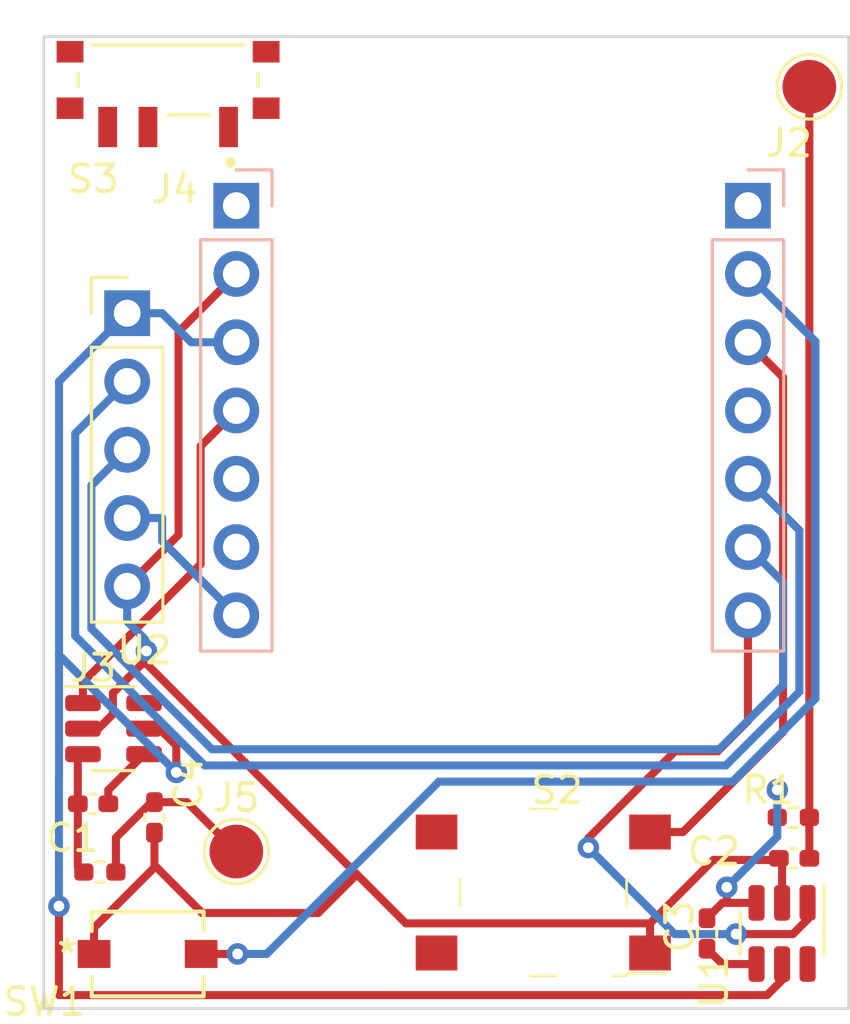
<source format=kicad_pcb>
(kicad_pcb (version 20221018) (generator pcbnew)
  (layers (0 "F.Cu" signal) (31 "B.Cu" signal) (34 "B.Paste" user) (35 "F.Paste" user) (36 "B.SilkS" user "B.Silkscreen") (37 "F.SilkS" user "F.Silkscreen") (38 "B.Mask" user) (39 "F.Mask" user) (44 "Edge.Cuts" user))
  (net 0 "")
  (net 1 "Net-(U2-SNSK)")
  (net 2 "Net-(U2-SNS)")
  (net 3 "Net-(J1-Pin_1)")
  (net 4 "GND")
  (net 5 "Net-(U1-SNSK)")
  (net 6 "Net-(U1-SNS)")
  (net 7 "Net-(J5-Pin_1)")
  (net 9 "Net-(J2-Pin_2)")
  (net 10 "Net-(J2-Pin_3)")
  (net 12 "/SDA")
  (net 13 "/SCL")
  (net 14 "/mouse_act")
  (net 15 "VDD")
  (net 16 "/INT")
  (net 18 "/keyb_act")
  (footprint "Resistor_SMD:R_0402_1005Metric_Pad0.72x0.64mm_HandSolder" (layer "F.Cu") (at 98.2085 79.756)
    (fp_text reference "R1" (at -0.9265 -1.016) (layer "F.SilkS"))
    (fp_text value "Rs" hide)
    (fp_line (start -0.167621 -0.38) (end 0.167621 -0.38) (stroke (width 0.12)) (layer "F.SilkS"))
    (fp_line (start -0.167621 0.38) (end 0.167621 0.38) (stroke (width 0.12)) (layer "F.SilkS"))
    (pad "1" smd roundrect (at -0.5975 0) (size 0.715 0.64) (layers "F.Cu" "F.Paste" "F.Mask") (net 5 "Net-(U1-SNSK)"))
    (pad "2" smd roundrect (at 0.5975 0) (size 0.715 0.64) (layers "F.Cu" "F.Paste" "F.Mask") (net 3 "Net-(J1-Pin_1)"))
  )
  (footprint "Capacitor_SMD:C_0402_1005Metric_Pad0.74x0.62mm_HandSolder" (layer "F.Cu") (at 98.2385 81.28 180)
    (fp_text reference "C2" (at 2.9885 0.254) (layer "F.SilkS"))
    (fp_text value "Cx" hide)
    (fp_line (start -0.115835 -0.36) (end 0.115835 -0.36) (stroke (width 0.12)) (layer "F.SilkS"))
    (fp_line (start -0.115835 0.36) (end 0.115835 0.36) (stroke (width 0.12)) (layer "F.SilkS"))
    (pad "1" smd roundrect (at -0.5675 0 180) (size 0.735 0.62) (layers "F.Cu" "F.Paste" "F.Mask") (net 3 "Net-(J1-Pin_1)"))
    (pad "2" smd roundrect (at 0.5675 0 180) (size 0.735 0.62) (layers "F.Cu" "F.Paste" "F.Mask") (net 4 "GND"))
  )
  (footprint "TestPoint:TestPoint_Pad_D2.0mm" (layer "F.Cu") (at 98.806 52.578)
    (fp_text reference "J1" hide)
    (fp_text value "Conn_01x01_Pin" hide)
    (fp_circle (center 0 0) (end 0 1.2) (stroke (width 0.12)) (fill none) (layer "F.SilkS"))
    (pad "1" smd circle (at 0 0) (size 2 2) (layers "F.Cu" "F.Mask") (net 3 "Net-(J1-Pin_1)"))
  )
  (footprint "push3x4.5:SW_F160QG_EWI" (layer "F.Cu") (at 74.168 84.836)
    (fp_text reference "SW1" (at -3.8481 1.778 unlocked) (layer "F.SilkS"))
    (fp_text value "TL1015AF160QG" hide)
    (fp_text user "*" (at -2.9845 0) (layer "F.SilkS"))
    (fp_text user "*" (at -2.9845 0 unlocked) (layer "F.SilkS"))
    (fp_line (start -2.0828 -1.5748) (end -2.0828 -0.85344) (stroke (width 0.1524)) (layer "F.SilkS"))
    (fp_line (start -2.0828 0.85344) (end -2.0828 1.5748) (stroke (width 0.1524)) (layer "F.SilkS"))
    (fp_line (start -2.0828 1.5748) (end 2.0828 1.5748) (stroke (width 0.1524)) (layer "F.SilkS"))
    (fp_line (start 2.0828 -1.5748) (end -2.0828 -1.5748) (stroke (width 0.1524)) (layer "F.SilkS"))
    (fp_line (start 2.0828 -0.85344) (end 2.0828 -1.5748) (stroke (width 0.1524)) (layer "F.SilkS"))
    (fp_line (start 2.0828 1.5748) (end 2.0828 0.85344) (stroke (width 0.1524)) (layer "F.SilkS"))
    (pad "1" smd rect (at -1.9939 0) (size 1.2192 1.0414) (layers "F.Cu" "F.Paste" "F.Mask") (net 4 "GND"))
    (pad "2" smd rect (at 1.9939 0) (size 1.2192 1.0414) (layers "F.Cu" "F.Paste" "F.Mask") (net 9 "Net-(J2-Pin_2)"))
  )
  (footprint "Connector_PinHeader_2.54mm:PinHeader_1x05_P2.54mm_Vertical" (layer "F.Cu") (at 73.406 61)
    (fp_text reference "J3" (at -1.27 13.208) (layer "F.SilkS"))
    (fp_text value "Conn_01x05_Pin" hide)
    (fp_line (start -1.33 -1.33) (end 0 -1.33) (stroke (width 0.12)) (layer "F.SilkS"))
    (fp_line (start -1.33 0) (end -1.33 -1.33) (stroke (width 0.12)) (layer "F.SilkS"))
    (fp_line (start -1.33 1.27) (end -1.33 11.49) (stroke (width 0.12)) (layer "F.SilkS"))
    (fp_line (start -1.33 1.27) (end 1.33 1.27) (stroke (width 0.12)) (layer "F.SilkS"))
    (fp_line (start -1.33 11.49) (end 1.33 11.49) (stroke (width 0.12)) (layer "F.SilkS"))
    (fp_line (start 1.33 1.27) (end 1.33 11.49) (stroke (width 0.12)) (layer "F.SilkS"))
    (pad "1" thru_hole rect (at 0 0) (size 1.7 1.7) (drill 1) (layers "*.Cu" "*.Mask") (net 15 "VDD"))
    (pad "2" thru_hole oval (at 0 2.54) (size 1.7 1.7) (drill 1) (layers "*.Cu" "*.Mask") (net 12 "/SDA"))
    (pad "3" thru_hole oval (at 0 5.08) (size 1.7 1.7) (drill 1) (layers "*.Cu" "*.Mask") (net 13 "/SCL"))
    (pad "4" thru_hole oval (at 0 7.62) (size 1.7 1.7) (drill 1) (layers "*.Cu" "*.Mask") (net 16 "/INT"))
    (pad "5" thru_hole oval (at 0 10.16) (size 1.7 1.7) (drill 1) (layers "*.Cu" "*.Mask") (net 4 "GND"))
  )
  (footprint "digikey-footprints:Switch_Tactile_SMD_6x6mm_PTS645" (layer "F.Cu") (at 88.9 82.55 180)
    (fp_text reference "S2" (at -0.508 3.81) (layer "F.SilkS"))
    (fp_text value "PTS645SM43SMTR92_LFS" hide)
    (fp_line (start -3.4 -3) (end -4.6 -3) (stroke (width 0.1)) (layer "F.SilkS"))
    (fp_line (start -3.1 -3.1) (end -3.1 -3) (stroke (width 0.1)) (layer "F.SilkS"))
    (fp_line (start -3.1 -3) (end -3.4 -3) (stroke (width 0.1)) (layer "F.SilkS"))
    (fp_line (start -3.1 0) (end -3.1 -0.5) (stroke (width 0.1)) (layer "F.SilkS"))
    (fp_line (start -3.1 0) (end -3.1 0.5) (stroke (width 0.1)) (layer "F.SilkS"))
    (fp_line (start -2.6 -3.1) (end -3.1 -3.1) (stroke (width 0.1)) (layer "F.SilkS"))
    (fp_line (start 0 -3.1) (end -0.5 -3.1) (stroke (width 0.1)) (layer "F.SilkS"))
    (fp_line (start 0 -3.1) (end 0.5 -3.1) (stroke (width 0.1)) (layer "F.SilkS"))
    (fp_line (start 0 3.1) (end -0.5 3.1) (stroke (width 0.1)) (layer "F.SilkS"))
    (fp_line (start 0 3.1) (end 0.5 3.1) (stroke (width 0.1)) (layer "F.SilkS"))
    (fp_line (start 3.1 0) (end 3.1 -0.5) (stroke (width 0.1)) (layer "F.SilkS"))
    (fp_line (start 3.1 0) (end 3.1 0.5) (stroke (width 0.1)) (layer "F.SilkS"))
    (pad "1" smd rect (at -3.975 -2.25 180) (size 1.55 1.3) (layers "F.Cu" "F.Paste" "F.Mask") (net 4 "GND"))
    (pad "2" smd rect (at 3.975 -2.25 180) (size 1.55 1.3) (layers "F.Cu" "F.Paste" "F.Mask"))
    (pad "3" smd rect (at -3.975 2.25 180) (size 1.55 1.3) (layers "F.Cu" "F.Paste" "F.Mask") (net 10 "Net-(J2-Pin_3)"))
    (pad "4" smd rect (at 3.975 2.25 180) (size 1.55 1.3) (layers "F.Cu" "F.Paste" "F.Mask"))
  )
  (footprint "slideswitch:SW_EG1215AA" (layer "F.Cu") (at 74.93 52.324 180)
    (fp_text reference "S3" (at 2.794 -3.683) (layer "F.SilkS"))
    (fp_text value "EG1215AA" hide)
    (fp_line (start -3.35 -0.254) (end -3.35 0.254) (stroke (width 0.127)) (layer "F.SilkS"))
    (fp_line (start -2.83 1.3) (end 2.83 1.3) (stroke (width 0.127)) (layer "F.SilkS"))
    (fp_line (start -1.5 -1.3) (end 0 -1.3) (stroke (width 0.127)) (layer "F.SilkS"))
    (fp_line (start 3.35 -0.254) (end 3.35 0.254) (stroke (width 0.127)) (layer "F.SilkS"))
    (fp_circle (center -2.329 -3.071) (end -2.229 -3.071) (stroke (width 0.2)) (fill none) (layer "F.SilkS"))
    (pad "" np_thru_hole circle (at -1.5 0 180) (size 0.9 0.9) (drill 0.9) (layers "*.Cu" "*.Mask"))
    (pad "" np_thru_hole circle (at 1.5 0 180) (size 0.9 0.9) (drill 0.9) (layers "*.Cu" "*.Mask"))
    (pad "1" smd rect (at -2.25 -1.75 180) (size 0.7 1.5) (layers "F.Cu" "F.Paste" "F.Mask"))
    (pad "2" smd rect (at 0.75 -1.75 180) (size 0.7 1.5) (layers "F.Cu" "F.Paste" "F.Mask"))
    (pad "3" smd rect (at 2.25 -1.75 180) (size 0.7 1.5) (layers "F.Cu" "F.Paste" "F.Mask"))
    (pad "S1" smd rect (at -3.65 -1.05 180) (size 1 0.8) (layers "F.Cu" "F.Paste" "F.Mask"))
    (pad "S2" smd rect (at -3.65 1.05 180) (size 1 0.8) (layers "F.Cu" "F.Paste" "F.Mask"))
    (pad "S3" smd rect (at 3.65 1.05 180) (size 1 0.8) (layers "F.Cu" "F.Paste" "F.Mask"))
    (pad "S4" smd rect (at 3.65 -1.05 180) (size 1 0.8) (layers "F.Cu" "F.Paste" "F.Mask"))
  )
  (footprint "Resistor_SMD:R_0402_1005Metric_Pad0.72x0.64mm_HandSolder" (layer "F.Cu") (at 72.39 81.788)
    (fp_text reference "R2" hide)
    (fp_text value "Rs" hide)
    (fp_line (start -0.167621 -0.38) (end 0.167621 -0.38) (stroke (width 0.12)) (layer "F.SilkS"))
    (fp_line (start -0.167621 0.38) (end 0.167621 0.38) (stroke (width 0.12)) (layer "F.SilkS"))
    (pad "1" smd roundrect (at -0.5975 0) (size 0.715 0.64) (layers "F.Cu" "F.Paste" "F.Mask") (net 1 "Net-(U2-SNSK)"))
    (pad "2" smd roundrect (at 0.5975 0) (size 0.715 0.64) (layers "F.Cu" "F.Paste" "F.Mask") (net 7 "Net-(J5-Pin_1)"))
  )
  (footprint "Capacitor_SMD:C_0402_1005Metric_Pad0.74x0.62mm_HandSolder" (layer "F.Cu") (at 74.422 79.756 -90)
    (fp_text reference "C4" (at -1.27 -1.27 90) (layer "F.SilkS"))
    (fp_text value "Cx" hide)
    (fp_line (start -0.115835 -0.36) (end 0.115835 -0.36) (stroke (width 0.12)) (layer "F.SilkS"))
    (fp_line (start -0.115835 0.36) (end 0.115835 0.36) (stroke (width 0.12)) (layer "F.SilkS"))
    (pad "1" smd roundrect (at -0.5675 0 270) (size 0.735 0.62) (layers "F.Cu" "F.Paste" "F.Mask") (net 7 "Net-(J5-Pin_1)"))
    (pad "2" smd roundrect (at 0.5675 0 270) (size 0.735 0.62) (layers "F.Cu" "F.Paste" "F.Mask") (net 4 "GND"))
  )
  (footprint "Package_TO_SOT_SMD:SOT-23-6" (layer "F.Cu") (at 72.898 76.454)
    (fp_text reference "U2" (at 1.143 -2.921) (layer "F.SilkS"))
    (fp_text value "AT42QT1011-TSHR" hide)
    (fp_line (start 0 -1.56) (end -1.8 -1.56) (stroke (width 0.12)) (layer "F.SilkS"))
    (fp_line (start 0 -1.56) (end 0.8 -1.56) (stroke (width 0.12)) (layer "F.SilkS"))
    (fp_line (start 0 1.56) (end -0.8 1.56) (stroke (width 0.12)) (layer "F.SilkS"))
    (fp_line (start 0 1.56) (end 0.8 1.56) (stroke (width 0.12)) (layer "F.SilkS"))
    (pad "1" smd roundrect (at -1.1375 -0.95) (size 1.325 0.6) (layers "F.Cu" "F.Paste" "F.Mask") (net 18 "/keyb_act"))
    (pad "2" smd roundrect (at -1.1375 0) (size 1.325 0.6) (layers "F.Cu" "F.Paste" "F.Mask") (net 4 "GND"))
    (pad "3" smd roundrect (at -1.1375 0.95) (size 1.325 0.6) (layers "F.Cu" "F.Paste" "F.Mask") (net 1 "Net-(U2-SNSK)"))
    (pad "4" smd roundrect (at 1.1375 0.95) (size 1.325 0.6) (layers "F.Cu" "F.Paste" "F.Mask") (net 2 "Net-(U2-SNS)"))
    (pad "5" smd roundrect (at 1.1375 0) (size 1.325 0.6) (layers "F.Cu" "F.Paste" "F.Mask") (net 15 "VDD"))
    (pad "6" smd roundrect (at 1.1375 -0.95) (size 1.325 0.6) (layers "F.Cu" "F.Paste" "F.Mask"))
  )
  (footprint "Capacitor_SMD:C_0402_1005Metric_Pad0.74x0.62mm_HandSolder" (layer "F.Cu") (at 94.996 84.074 -90)
    (fp_text reference "C3" (at -0.254 1.016 90) (layer "F.SilkS"))
    (fp_text value "Cs" hide)
    (fp_line (start -0.115835 -0.36) (end 0.115835 -0.36) (stroke (width 0.12)) (layer "F.SilkS"))
    (fp_line (start -0.115835 0.36) (end 0.115835 0.36) (stroke (width 0.12)) (layer "F.SilkS"))
    (pad "1" smd roundrect (at -0.5675 0 270) (size 0.735 0.62) (layers "F.Cu" "F.Paste" "F.Mask") (net 5 "Net-(U1-SNSK)"))
    (pad "2" smd roundrect (at 0.5675 0 270) (size 0.735 0.62) (layers "F.Cu" "F.Paste" "F.Mask") (net 6 "Net-(U1-SNS)"))
  )
  (footprint "Package_TO_SOT_SMD:SOT-23-6" (layer "F.Cu") (at 97.79 84.074 -90)
    (fp_text reference "U1" (at 1.778 2.54 90) (layer "F.SilkS"))
    (fp_text value "AT42QT1011-TSHR" hide)
    (fp_line (start 0 -1.56) (end -1.8 -1.56) (stroke (width 0.12)) (layer "F.SilkS"))
    (fp_line (start 0 -1.56) (end 0.8 -1.56) (stroke (width 0.12)) (layer "F.SilkS"))
    (fp_line (start 0 1.56) (end -0.8 1.56) (stroke (width 0.12)) (layer "F.SilkS"))
    (fp_line (start 0 1.56) (end 0.8 1.56) (stroke (width 0.12)) (layer "F.SilkS"))
    (pad "1" smd roundrect (at -1.1375 -0.95 270) (size 1.325 0.6) (layers "F.Cu" "F.Paste" "F.Mask") (net 14 "/mouse_act"))
    (pad "2" smd roundrect (at -1.1375 0 270) (size 1.325 0.6) (layers "F.Cu" "F.Paste" "F.Mask") (net 4 "GND"))
    (pad "3" smd roundrect (at -1.1375 0.95 270) (size 1.325 0.6) (layers "F.Cu" "F.Paste" "F.Mask") (net 5 "Net-(U1-SNSK)"))
    (pad "4" smd roundrect (at 1.1375 0.95 270) (size 1.325 0.6) (layers "F.Cu" "F.Paste" "F.Mask") (net 6 "Net-(U1-SNS)"))
    (pad "5" smd roundrect (at 1.1375 0 270) (size 1.325 0.6) (layers "F.Cu" "F.Paste" "F.Mask") (net 15 "VDD"))
    (pad "6" smd roundrect (at 1.1375 -0.95 270) (size 1.325 0.6) (layers "F.Cu" "F.Paste" "F.Mask"))
  )
  (footprint "Capacitor_SMD:C_0402_1005Metric_Pad0.74x0.62mm_HandSolder" (layer "F.Cu") (at 72.136 79.248)
    (fp_text reference "C1" (at -0.762 1.27) (layer "F.SilkS"))
    (fp_text value "Cs" hide)
    (fp_line (start -0.115835 -0.36) (end 0.115835 -0.36) (stroke (width 0.12)) (layer "F.SilkS"))
    (fp_line (start -0.115835 0.36) (end 0.115835 0.36) (stroke (width 0.12)) (layer "F.SilkS"))
    (pad "1" smd roundrect (at -0.5675 0) (size 0.735 0.62) (layers "F.Cu" "F.Paste" "F.Mask") (net 1 "Net-(U2-SNSK)"))
    (pad "2" smd roundrect (at 0.5675 0) (size 0.735 0.62) (layers "F.Cu" "F.Paste" "F.Mask") (net 2 "Net-(U2-SNS)"))
  )
  (footprint "TestPoint:TestPoint_Pad_D2.0mm" (layer "F.Cu") (at 77.47 81.026)
    (fp_text reference "J5" (at 0 -1.998) (layer "F.SilkS"))
    (fp_text value "Conn_01x01_Pin" hide)
    (fp_circle (center 0 0) (end 0 1.2) (stroke (width 0.12)) (fill none) (layer "F.SilkS"))
    (pad "1" smd circle (at 0 0) (size 2 2) (layers "F.Cu" "F.Mask") (net 7 "Net-(J5-Pin_1)") (clearance 1))
  )
  (footprint "Connector_PinHeader_2.54mm:PinHeader_1x07_P2.54mm_Vertical" (layer "B.Cu") (at 96.52 57 180)
    (fp_text reference "J2" (at -1.524 2.33) (layer "F.SilkS"))
    (fp_text value "SEED0-6" hide)
    (fp_line (start -1.33 -16.57) (end 1.33 -16.57) (stroke (width 0.12)) (layer "B.SilkS"))
    (fp_line (start -1.33 -1.27) (end -1.33 -16.57) (stroke (width 0.12)) (layer "B.SilkS"))
    (fp_line (start -1.33 -1.27) (end 1.33 -1.27) (stroke (width 0.12)) (layer "B.SilkS"))
    (fp_line (start -1.33 0) (end -1.33 1.33) (stroke (width 0.12)) (layer "B.SilkS"))
    (fp_line (start -1.33 1.33) (end 0 1.33) (stroke (width 0.12)) (layer "B.SilkS"))
    (fp_line (start 1.33 -1.27) (end 1.33 -16.57) (stroke (width 0.12)) (layer "B.SilkS"))
    (pad "1" thru_hole rect (at 0 0 180) (size 1.7 1.7) (drill 1) (layers "*.Cu" "*.Mask"))
    (pad "2" thru_hole oval (at 0 -2.54 180) (size 1.7 1.7) (drill 1) (layers "*.Cu" "*.Mask") (net 9 "Net-(J2-Pin_2)"))
    (pad "3" thru_hole oval (at 0 -5.08 180) (size 1.7 1.7) (drill 1) (layers "*.Cu" "*.Mask") (net 10 "Net-(J2-Pin_3)"))
    (pad "4" thru_hole oval (at 0 -7.62 180) (size 1.7 1.7) (drill 1) (layers "*.Cu" "*.Mask"))
    (pad "5" thru_hole oval (at 0 -10.16 180) (size 1.7 1.7) (drill 1) (layers "*.Cu" "*.Mask") (net 12 "/SDA"))
    (pad "6" thru_hole oval (at 0 -12.7 180) (size 1.7 1.7) (drill 1) (layers "*.Cu" "*.Mask") (net 13 "/SCL"))
    (pad "7" thru_hole oval (at 0 -15.24 180) (size 1.7 1.7) (drill 1) (layers "*.Cu" "*.Mask") (net 14 "/mouse_act"))
  )
  (footprint "Connector_PinHeader_2.54mm:PinHeader_1x07_P2.54mm_Vertical" (layer "B.Cu") (at 77.47 57 180)
    (fp_text reference "J4" (at 2.286 0.612) (layer "F.SilkS"))
    (fp_text value "SEED7-10" hide)
    (fp_line (start -1.33 -16.57) (end 1.33 -16.57) (stroke (width 0.12)) (layer "B.SilkS"))
    (fp_line (start -1.33 -1.27) (end -1.33 -16.57) (stroke (width 0.12)) (layer "B.SilkS"))
    (fp_line (start -1.33 -1.27) (end 1.33 -1.27) (stroke (width 0.12)) (layer "B.SilkS"))
    (fp_line (start -1.33 0) (end -1.33 1.33) (stroke (width 0.12)) (layer "B.SilkS"))
    (fp_line (start -1.33 1.33) (end 0 1.33) (stroke (width 0.12)) (layer "B.SilkS"))
    (fp_line (start 1.33 -1.27) (end 1.33 -16.57) (stroke (width 0.12)) (layer "B.SilkS"))
    (pad "1" thru_hole rect (at 0 0 180) (size 1.7 1.7) (drill 1) (layers "*.Cu" "*.Mask"))
    (pad "2" thru_hole oval (at 0 -2.54 180) (size 1.7 1.7) (drill 1) (layers "*.Cu" "*.Mask") (net 4 "GND"))
    (pad "3" thru_hole oval (at 0 -5.08 180) (size 1.7 1.7) (drill 1) (layers "*.Cu" "*.Mask") (net 15 "VDD"))
    (pad "4" thru_hole oval (at 0 -7.62 180) (size 1.7 1.7) (drill 1) (layers "*.Cu" "*.Mask") (net 18 "/keyb_act"))
    (pad "5" thru_hole oval (at 0 -10.16 180) (size 1.7 1.7) (drill 1) (layers "*.Cu" "*.Mask"))
    (pad "6" thru_hole oval (at 0 -12.7 180) (size 1.7 1.7) (drill 1) (layers "*.Cu" "*.Mask"))
    (pad "7" thru_hole oval (at 0 -15.24 180) (size 1.7 1.7) (drill 1) (layers "*.Cu" "*.Mask") (net 16 "/INT"))
  )
  (gr_rect (start 70.2985 50.714) (end 100.2705 86.868) (stroke (width 0.1)) (fill none) (layer "Edge.Cuts"))
  (segment (start 71.5685 81.564) (end 71.7925 81.788) (width 0.3) (layer "F.Cu") (net 1))
  (segment (start 71.7605 77.404) (end 71.5685 77.596) (width 0.3) (layer "F.Cu") (net 1))
  (segment (start 71.5685 77.596) (end 71.5685 79.248) (width 0.3) (layer "F.Cu") (net 1))
  (segment (start 71.5685 79.248) (end 71.5685 81.564) (width 0.3) (layer "F.Cu") (net 1))
  (segment (start 74.0355 77.404) (end 72.7035 78.736) (width 0.3) (layer "F.Cu") (net 2))
  (segment (start 72.7035 78.736) (end 72.7035 79.248) (width 0.3) (layer "F.Cu") (net 2))
  (segment (start 98.806 79.756) (end 98.806 52.578) (width 0.3) (layer "F.Cu") (net 3))
  (segment (start 98.806 81.28) (end 98.806 79.756) (width 0.3) (layer "F.Cu") (net 3))
  (segment (start 72.8755 75.9155) (end 72.8755 75.1297) (width 0.3) (layer "F.Cu") (net 4))
  (segment (start 83.7813 83.6981) (end 83.2266 83.1434) (width 0.3) (layer "F.Cu") (net 4))
  (segment (start 72.1741 83.8634) (end 74.422 81.6155) (width 0.3) (layer "F.Cu") (net 4))
  (segment (start 74.422 81.6155) (end 74.5035 81.6155) (width 0.3) (layer "F.Cu") (net 4))
  (segment (start 74.1209 74.0377) (end 74.1209 73.5656) (width 0.3) (layer "F.Cu") (net 4))
  (segment (start 92.875 84.8) (end 92.875 83.6981) (width 0.3) (layer "F.Cu") (net 4))
  (segment (start 80.518 83.312) (end 81.9566 81.8734) (width 0.3) (layer "F.Cu") (net 4))
  (segment (start 72.1741 84.836) (end 72.1741 83.8634) (width 0.3) (layer "F.Cu") (net 4))
  (segment (start 95.2336 81.3395) (end 92.875 83.6981) (width 0.3) (layer "F.Cu") (net 4))
  (segment (start 97.79 81.4585) (end 97.671 81.3395) (width 0.3) (layer "F.Cu") (net 4))
  (segment (start 76.2 83.312) (end 80.518 83.312) (width 0.3) (layer "F.Cu") (net 4))
  (segment (start 81.9566 81.8734) (end 74.1209 74.0377) (width 0.3) (layer "F.Cu") (net 4))
  (segment (start 97.79 82.9365) (end 97.79 81.4585) (width 0.3) (layer "F.Cu") (net 4))
  (segment (start 73.9675 74.0377) (end 74.1209 74.0377) (width 0.3) (layer "F.Cu") (net 4))
  (segment (start 97.671 81.3395) (end 97.671 81.28) (width 0.3) (layer "F.Cu") (net 4))
  (segment (start 72.8755 75.1297) (end 73.9675 74.0377) (width 0.3) (layer "F.Cu") (net 4))
  (segment (start 72.337 76.454) (end 72.8755 75.9155) (width 0.3) (layer "F.Cu") (net 4))
  (segment (start 83.2266 83.1434) (end 81.9566 81.8734) (width 0.3) (layer "F.Cu") (net 4))
  (segment (start 75.3182 61.6918) (end 75.3182 69.2478) (width 0.3) (layer "F.Cu") (net 4))
  (segment (start 75.3182 69.2478) (end 73.406 71.16) (width 0.3) (layer "F.Cu") (net 4))
  (segment (start 92.875 83.6981) (end 83.7813 83.6981) (width 0.3) (layer "F.Cu") (net 4))
  (segment (start 77.47 59.54) (end 75.3182 61.6918) (width 0.3) (layer "F.Cu") (net 4))
  (segment (start 74.5035 81.6155) (end 76.2 83.312) (width 0.3) (layer "F.Cu") (net 4))
  (segment (start 74.422 81.6155) (end 74.422 80.3235) (width 0.3) (layer "F.Cu") (net 4))
  (segment (start 97.671 81.3395) (end 95.2336 81.3395) (width 0.3) (layer "F.Cu") (net 4))
  (segment (start 71.7605 76.454) (end 72.337 76.454) (width 0.3) (layer "F.Cu") (net 4))
  (via (at 74.1209 73.5656) (size 0.8) (drill 0.4) (layers "F.Cu" "B.Cu") (net 4))
  (segment (start 73.406 72.4619) (end 74.1209 73.1768) (width 0.3) (layer "B.Cu") (net 4))
  (segment (start 74.1209 73.1768) (end 74.1209 73.5656) (width 0.3) (layer "B.Cu") (net 4))
  (segment (start 73.406 71.16) (end 73.406 72.4619) (width 0.3) (layer "B.Cu") (net 4))
  (segment (start 96.84 82.9365) (end 95.7303 82.9365) (width 0.3) (layer "F.Cu") (net 5))
  (segment (start 97.611 79.756) (end 97.611 78.7278) (width 0.3) (layer "F.Cu") (net 5))
  (segment (start 95.7303 82.9365) (end 95.566 82.9365) (width 0.3) (layer "F.Cu") (net 5))
  (segment (start 95.566 82.9365) (end 94.996 83.5065) (width 0.3) (layer "F.Cu") (net 5))
  (segment (start 95.7303 82.9365) (end 95.7303 82.3565) (width 0.3) (layer "F.Cu") (net 5))
  (via (at 97.611 78.7278) (size 0.8) (drill 0.4) (layers "F.Cu" "B.Cu") (net 5))
  (via (at 95.7303 82.3565) (size 0.8) (drill 0.4) (layers "F.Cu" "B.Cu") (net 5))
  (segment (start 97.611 80.4758) (end 97.611 78.7278) (width 0.3) (layer "B.Cu") (net 5))
  (segment (start 95.7303 82.3565) (end 97.611 80.4758) (width 0.3) (layer "B.Cu") (net 5))
  (segment (start 95.566 85.2115) (end 94.996 84.6415) (width 0.3) (layer "F.Cu") (net 6))
  (segment (start 96.84 85.2115) (end 95.566 85.2115) (width 0.3) (layer "F.Cu") (net 6))
  (segment (start 74.422 79.1885) (end 75.6325 79.1885) (width 0.3) (layer "F.Cu") (net 7))
  (segment (start 72.9875 80.5082) (end 74.3072 79.1885) (width 0.3) (layer "F.Cu") (net 7))
  (segment (start 72.9875 81.788) (end 72.9875 80.5082) (width 0.3) (layer "F.Cu") (net 7))
  (segment (start 74.3072 79.1885) (end 74.422 79.1885) (width 0.3) (layer "F.Cu") (net 7))
  (segment (start 75.6325 79.1885) (end 77.47 81.026) (width 0.3) (layer "F.Cu") (net 7))
  (segment (start 76.1619 84.836) (end 77.2234 84.836) (width 0.3) (layer "F.Cu") (net 9))
  (segment (start 77.2234 84.836) (end 77.5183 84.836) (width 0.3) (layer "F.Cu") (net 9))
  (via (at 77.5183 84.836) (size 0.8) (drill 0.4) (layers "F.Cu" "B.Cu") (net 9))
  (segment (start 99.0352 75.3362) (end 99.0352 62.0552) (width 0.3) (layer "B.Cu") (net 9))
  (segment (start 95.9461 78.4253) (end 99.0352 75.3362) (width 0.3) (layer "B.Cu") (net 9))
  (segment (start 99.0352 62.0552) (end 96.52 59.54) (width 0.3) (layer "B.Cu") (net 9))
  (segment (start 85.0119 78.4253) (end 95.9461 78.4253) (width 0.3) (layer "B.Cu") (net 9))
  (segment (start 78.6012 84.836) (end 85.0119 78.4253) (width 0.3) (layer "B.Cu") (net 9))
  (segment (start 77.5183 84.836) (end 78.6012 84.836) (width 0.3) (layer "B.Cu") (net 9))
  (segment (start 92.875 80.3) (end 94.1019 80.3) (width 0.3) (layer "F.Cu") (net 10))
  (segment (start 97.827 63.387) (end 97.827 76.5749) (width 0.3) (layer "F.Cu") (net 10))
  (segment (start 97.827 76.5749) (end 94.1019 80.3) (width 0.3) (layer "F.Cu") (net 10))
  (segment (start 96.52 62.08) (end 97.827 63.387) (width 0.3) (layer "F.Cu") (net 10))
  (segment (start 98.4333 75.0869) (end 98.4333 69.0733) (width 0.3) (layer "B.Cu") (net 12))
  (segment (start 98.4333 69.0733) (end 96.52 67.16) (width 0.3) (layer "B.Cu") (net 12))
  (segment (start 76.2907 77.8234) (end 95.6968 77.8234) (width 0.3) (layer "B.Cu") (net 12))
  (segment (start 71.4717 65.4743) (end 71.4717 73.0044) (width 0.3) (layer "B.Cu") (net 12))
  (segment (start 73.406 63.54) (end 71.4717 65.4743) (width 0.3) (layer "B.Cu") (net 12))
  (segment (start 95.6968 77.8234) (end 98.4333 75.0869) (width 0.3) (layer "B.Cu") (net 12))
  (segment (start 71.4717 73.0044) (end 76.2907 77.8234) (width 0.3) (layer "B.Cu") (net 12))
  (segment (start 72.0736 72.7339) (end 72.0736 67.4124) (width 0.3) (layer "B.Cu") (net 13))
  (segment (start 97.8314 74.8376) (end 95.4475 77.2215) (width 0.3) (layer "B.Cu") (net 13))
  (segment (start 72.0736 67.4124) (end 73.406 66.08) (width 0.3) (layer "B.Cu") (net 13))
  (segment (start 76.5612 77.2215) (end 72.0736 72.7339) (width 0.3) (layer "B.Cu") (net 13))
  (segment (start 97.8314 71.0114) (end 97.8314 74.8376) (width 0.3) (layer "B.Cu") (net 13))
  (segment (start 96.52 69.7) (end 97.8314 71.0114) (width 0.3) (layer "B.Cu") (net 13))
  (segment (start 95.4475 77.2215) (end 76.5612 77.2215) (width 0.3) (layer "B.Cu") (net 13))
  (segment (start 98.74 83.5507) (end 98.1944 84.0963) (width 0.3) (layer "F.Cu") (net 14))
  (segment (start 96.52 76.1715) (end 95.3954 77.2961) (width 0.3) (layer "F.Cu") (net 14))
  (segment (start 98.74 82.9365) (end 98.74 83.5507) (width 0.3) (layer "F.Cu") (net 14))
  (segment (start 93.8067 77.2961) (end 90.578 80.5248) (width 0.3) (layer "F.Cu") (net 14))
  (segment (start 98.1944 84.0963) (end 96.0785 84.0963) (width 0.3) (layer "F.Cu") (net 14))
  (segment (start 90.578 80.5248) (end 90.578 80.8804) (width 0.3) (layer "F.Cu") (net 14))
  (segment (start 95.3954 77.2961) (end 93.8067 77.2961) (width 0.3) (layer "F.Cu") (net 14))
  (segment (start 96.52 72.24) (end 96.52 76.1715) (width 0.3) (layer "F.Cu") (net 14))
  (via (at 96.0785 84.0963) (size 0.8) (drill 0.4) (layers "F.Cu" "B.Cu") (net 14))
  (via (at 90.578 80.8804) (size 0.8) (drill 0.4) (layers "F.Cu" "B.Cu") (net 14))
  (segment (start 93.7939 84.0963) (end 90.578 80.8804) (width 0.3) (layer "B.Cu") (net 14))
  (segment (start 96.0785 84.0963) (end 93.7939 84.0963) (width 0.3) (layer "B.Cu") (net 14))
  (segment (start 74.6022 76.454) (end 75.2358 77.0876) (width 0.3) (layer "F.Cu") (net 15))
  (segment (start 83.5374 86.3663) (end 97.2326 86.3663) (width 0.3) (layer "F.Cu") (net 15))
  (segment (start 74.0355 76.454) (end 74.6022 76.454) (width 0.3) (layer "F.Cu") (net 15))
  (segment (start 70.8723 86.3663) (end 70.866 86.36) (width 0.3) (layer "F.Cu") (net 15))
  (segment (start 97.79 85.8089) (end 97.79 85.2115) (width 0.3) (layer "F.Cu") (net 15))
  (segment (start 75.2358 77.0876) (end 75.2358 78.0815) (width 0.3) (layer "F.Cu") (net 15))
  (segment (start 70.866 86.36) (end 70.866 83.058) (width 0.3) (layer "F.Cu") (net 15))
  (segment (start 83.5374 86.3663) (end 70.8723 86.3663) (width 0.3) (layer "F.Cu") (net 15))
  (segment (start 97.2326 86.3663) (end 97.79 85.8089) (width 0.3) (layer "F.Cu") (net 15))
  (via (at 75.2358 78.0815) (size 0.8) (drill 0.4) (layers "F.Cu" "B.Cu") (net 15))
  (via (at 70.866 83.058) (size 0.8) (drill 0.4) (layers "F.Cu" "B.Cu") (net 15))
  (segment (start 70.8698 63.5362) (end 70.8698 73.7155) (width 0.3) (layer "B.Cu") (net 15))
  (segment (start 70.8698 78.232) (end 70.8698 78.2358) (width 0.3) (layer "B.Cu") (net 15))
  (segment (start 70.866 78.2358) (end 70.8698 78.232) (width 0.3) (layer "B.Cu") (net 15))
  (segment (start 70.8698 73.7155) (end 70.8698 78.232) (width 0.3) (layer "B.Cu") (net 15))
  (segment (start 73.406 61) (end 74.7079 61) (width 0.3) (layer "B.Cu") (net 15))
  (segment (start 77.47 62.08) (end 75.7879 62.08) (width 0.3) (layer "B.Cu") (net 15))
  (segment (start 73.406 61) (end 70.8698 63.5362) (width 0.3) (layer "B.Cu") (net 15))
  (segment (start 70.866 83.058) (end 70.866 78.2358) (width 0.3) (layer "B.Cu") (net 15))
  (segment (start 75.7879 62.08) (end 74.7079 61) (width 0.3) (layer "B.Cu") (net 15))
  (segment (start 70.8698 73.7155) (end 75.2358 78.0815) (width 0.3) (layer "B.Cu") (net 15))
  (segment (start 74.7079 68.62) (end 74.7079 69.4779) (width 0.3) (layer "B.Cu") (net 16))
  (segment (start 74.7079 69.4779) (end 77.47 72.24) (width 0.3) (layer "B.Cu") (net 16))
  (segment (start 73.406 68.62) (end 74.7079 68.62) (width 0.3) (layer "B.Cu") (net 16))
  (segment (start 71.7605 74.7209) (end 71.7605 75.504) (width 0.3) (layer "F.Cu") (net 18))
  (segment (start 77.47 64.62) (end 76.1405 65.9495) (width 0.3) (layer "F.Cu") (net 18))
  (segment (start 76.1405 65.9495) (end 76.1405 70.3409) (width 0.3) (layer "F.Cu") (net 18))
  (segment (start 76.1405 70.3409) (end 71.7605 74.7209) (width 0.3) (layer "F.Cu") (net 18))
)
</source>
